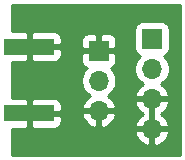
<source format=gbl>
%TF.GenerationSoftware,KiCad,Pcbnew,(5.1.10)-1*%
%TF.CreationDate,2021-11-11T05:25:20-05:00*%
%TF.ProjectId,SMA-HDRS,534d412d-4844-4525-932e-6b696361645f,rev?*%
%TF.SameCoordinates,Original*%
%TF.FileFunction,Copper,L2,Bot*%
%TF.FilePolarity,Positive*%
%FSLAX46Y46*%
G04 Gerber Fmt 4.6, Leading zero omitted, Abs format (unit mm)*
G04 Created by KiCad (PCBNEW (5.1.10)-1) date 2021-11-11 05:25:20*
%MOMM*%
%LPD*%
G01*
G04 APERTURE LIST*
%TA.AperFunction,SMDPad,CuDef*%
%ADD10R,4.200000X1.350000*%
%TD*%
%TA.AperFunction,ComponentPad*%
%ADD11R,1.700000X1.700000*%
%TD*%
%TA.AperFunction,ComponentPad*%
%ADD12O,1.700000X1.700000*%
%TD*%
%TA.AperFunction,ViaPad*%
%ADD13C,0.800000*%
%TD*%
%TA.AperFunction,Conductor*%
%ADD14C,0.254000*%
%TD*%
%TA.AperFunction,Conductor*%
%ADD15C,0.100000*%
%TD*%
G04 APERTURE END LIST*
D10*
%TO.P,P1,2*%
%TO.N,/GND*%
X30048200Y-32670000D03*
X30048200Y-27020000D03*
%TD*%
D11*
%TO.P,J1,1*%
%TO.N,/SIG*%
X40440000Y-26360000D03*
D12*
%TO.P,J1,2*%
X40440000Y-28900000D03*
%TO.P,J1,3*%
%TO.N,/GND*%
X40440000Y-31440000D03*
%TO.P,J1,4*%
X40440000Y-33980000D03*
%TD*%
D11*
%TO.P,J2,1*%
%TO.N,/GND*%
X35940000Y-27360000D03*
D12*
%TO.P,J2,2*%
%TO.N,/SIG*%
X35940000Y-29900000D03*
%TO.P,J2,3*%
%TO.N,/GND*%
X35940000Y-32440000D03*
%TD*%
D13*
%TO.N,/GND*%
X30607000Y-24587200D03*
X30556200Y-35179000D03*
%TD*%
D14*
%TO.N,/GND*%
X42780000Y-36170000D02*
X28600000Y-36170000D01*
X28600000Y-34336890D01*
X38998524Y-34336890D01*
X39043175Y-34484099D01*
X39168359Y-34746920D01*
X39342412Y-34980269D01*
X39558645Y-35175178D01*
X39808748Y-35324157D01*
X40083109Y-35421481D01*
X40313000Y-35300814D01*
X40313000Y-34107000D01*
X40567000Y-34107000D01*
X40567000Y-35300814D01*
X40796891Y-35421481D01*
X41071252Y-35324157D01*
X41321355Y-35175178D01*
X41537588Y-34980269D01*
X41711641Y-34746920D01*
X41836825Y-34484099D01*
X41881476Y-34336890D01*
X41760155Y-34107000D01*
X40567000Y-34107000D01*
X40313000Y-34107000D01*
X39119845Y-34107000D01*
X38998524Y-34336890D01*
X28600000Y-34336890D01*
X28600000Y-33981968D01*
X29762450Y-33980000D01*
X29921200Y-33821250D01*
X29921200Y-32797000D01*
X30175200Y-32797000D01*
X30175200Y-33821250D01*
X30333950Y-33980000D01*
X32148200Y-33983072D01*
X32272682Y-33970812D01*
X32392380Y-33934502D01*
X32502694Y-33875537D01*
X32599385Y-33796185D01*
X32678737Y-33699494D01*
X32737702Y-33589180D01*
X32774012Y-33469482D01*
X32786272Y-33345000D01*
X32783200Y-32955750D01*
X32624450Y-32797000D01*
X30175200Y-32797000D01*
X29921200Y-32797000D01*
X29901200Y-32797000D01*
X29901200Y-32796890D01*
X34498524Y-32796890D01*
X34543175Y-32944099D01*
X34668359Y-33206920D01*
X34842412Y-33440269D01*
X35058645Y-33635178D01*
X35308748Y-33784157D01*
X35583109Y-33881481D01*
X35813000Y-33760814D01*
X35813000Y-32567000D01*
X36067000Y-32567000D01*
X36067000Y-33760814D01*
X36296891Y-33881481D01*
X36571252Y-33784157D01*
X36821355Y-33635178D01*
X37037588Y-33440269D01*
X37211641Y-33206920D01*
X37336825Y-32944099D01*
X37381476Y-32796890D01*
X37260155Y-32567000D01*
X36067000Y-32567000D01*
X35813000Y-32567000D01*
X34619845Y-32567000D01*
X34498524Y-32796890D01*
X29901200Y-32796890D01*
X29901200Y-32543000D01*
X29921200Y-32543000D01*
X29921200Y-31518750D01*
X30175200Y-31518750D01*
X30175200Y-32543000D01*
X32624450Y-32543000D01*
X32783200Y-32384250D01*
X32786272Y-31995000D01*
X32774012Y-31870518D01*
X32737702Y-31750820D01*
X32678737Y-31640506D01*
X32599385Y-31543815D01*
X32502694Y-31464463D01*
X32392380Y-31405498D01*
X32272682Y-31369188D01*
X32148200Y-31356928D01*
X30333950Y-31360000D01*
X30175200Y-31518750D01*
X29921200Y-31518750D01*
X29762450Y-31360000D01*
X28600000Y-31358032D01*
X28600000Y-28331968D01*
X29762450Y-28330000D01*
X29921200Y-28171250D01*
X29921200Y-27147000D01*
X30175200Y-27147000D01*
X30175200Y-28171250D01*
X30333950Y-28330000D01*
X32148200Y-28333072D01*
X32272682Y-28320812D01*
X32392380Y-28284502D01*
X32502694Y-28225537D01*
X32521625Y-28210000D01*
X34451928Y-28210000D01*
X34464188Y-28334482D01*
X34500498Y-28454180D01*
X34559463Y-28564494D01*
X34638815Y-28661185D01*
X34735506Y-28740537D01*
X34845820Y-28799502D01*
X34918380Y-28821513D01*
X34786525Y-28953368D01*
X34624010Y-29196589D01*
X34512068Y-29466842D01*
X34455000Y-29753740D01*
X34455000Y-30046260D01*
X34512068Y-30333158D01*
X34624010Y-30603411D01*
X34786525Y-30846632D01*
X34993368Y-31053475D01*
X35175534Y-31175195D01*
X35058645Y-31244822D01*
X34842412Y-31439731D01*
X34668359Y-31673080D01*
X34543175Y-31935901D01*
X34498524Y-32083110D01*
X34619845Y-32313000D01*
X35813000Y-32313000D01*
X35813000Y-32293000D01*
X36067000Y-32293000D01*
X36067000Y-32313000D01*
X37260155Y-32313000D01*
X37381476Y-32083110D01*
X37336825Y-31935901D01*
X37270613Y-31796890D01*
X38998524Y-31796890D01*
X39043175Y-31944099D01*
X39168359Y-32206920D01*
X39342412Y-32440269D01*
X39558645Y-32635178D01*
X39684255Y-32710000D01*
X39558645Y-32784822D01*
X39342412Y-32979731D01*
X39168359Y-33213080D01*
X39043175Y-33475901D01*
X38998524Y-33623110D01*
X39119845Y-33853000D01*
X40313000Y-33853000D01*
X40313000Y-31567000D01*
X40567000Y-31567000D01*
X40567000Y-33853000D01*
X41760155Y-33853000D01*
X41881476Y-33623110D01*
X41836825Y-33475901D01*
X41711641Y-33213080D01*
X41537588Y-32979731D01*
X41321355Y-32784822D01*
X41195745Y-32710000D01*
X41321355Y-32635178D01*
X41537588Y-32440269D01*
X41711641Y-32206920D01*
X41836825Y-31944099D01*
X41881476Y-31796890D01*
X41760155Y-31567000D01*
X40567000Y-31567000D01*
X40313000Y-31567000D01*
X39119845Y-31567000D01*
X38998524Y-31796890D01*
X37270613Y-31796890D01*
X37211641Y-31673080D01*
X37037588Y-31439731D01*
X36821355Y-31244822D01*
X36704466Y-31175195D01*
X36886632Y-31053475D01*
X37093475Y-30846632D01*
X37255990Y-30603411D01*
X37367932Y-30333158D01*
X37425000Y-30046260D01*
X37425000Y-29753740D01*
X37367932Y-29466842D01*
X37255990Y-29196589D01*
X37093475Y-28953368D01*
X36961620Y-28821513D01*
X37034180Y-28799502D01*
X37144494Y-28740537D01*
X37241185Y-28661185D01*
X37320537Y-28564494D01*
X37379502Y-28454180D01*
X37415812Y-28334482D01*
X37428072Y-28210000D01*
X37425000Y-27645750D01*
X37266250Y-27487000D01*
X36067000Y-27487000D01*
X36067000Y-27507000D01*
X35813000Y-27507000D01*
X35813000Y-27487000D01*
X34613750Y-27487000D01*
X34455000Y-27645750D01*
X34451928Y-28210000D01*
X32521625Y-28210000D01*
X32599385Y-28146185D01*
X32678737Y-28049494D01*
X32737702Y-27939180D01*
X32774012Y-27819482D01*
X32786272Y-27695000D01*
X32783200Y-27305750D01*
X32624450Y-27147000D01*
X30175200Y-27147000D01*
X29921200Y-27147000D01*
X29901200Y-27147000D01*
X29901200Y-26893000D01*
X29921200Y-26893000D01*
X29921200Y-25868750D01*
X30175200Y-25868750D01*
X30175200Y-26893000D01*
X32624450Y-26893000D01*
X32783200Y-26734250D01*
X32784969Y-26510000D01*
X34451928Y-26510000D01*
X34455000Y-27074250D01*
X34613750Y-27233000D01*
X35813000Y-27233000D01*
X35813000Y-26033750D01*
X36067000Y-26033750D01*
X36067000Y-27233000D01*
X37266250Y-27233000D01*
X37425000Y-27074250D01*
X37428072Y-26510000D01*
X37415812Y-26385518D01*
X37379502Y-26265820D01*
X37320537Y-26155506D01*
X37241185Y-26058815D01*
X37144494Y-25979463D01*
X37034180Y-25920498D01*
X36914482Y-25884188D01*
X36790000Y-25871928D01*
X36225750Y-25875000D01*
X36067000Y-26033750D01*
X35813000Y-26033750D01*
X35654250Y-25875000D01*
X35090000Y-25871928D01*
X34965518Y-25884188D01*
X34845820Y-25920498D01*
X34735506Y-25979463D01*
X34638815Y-26058815D01*
X34559463Y-26155506D01*
X34500498Y-26265820D01*
X34464188Y-26385518D01*
X34451928Y-26510000D01*
X32784969Y-26510000D01*
X32786272Y-26345000D01*
X32774012Y-26220518D01*
X32737702Y-26100820D01*
X32678737Y-25990506D01*
X32599385Y-25893815D01*
X32502694Y-25814463D01*
X32392380Y-25755498D01*
X32272682Y-25719188D01*
X32148200Y-25706928D01*
X30333950Y-25710000D01*
X30175200Y-25868750D01*
X29921200Y-25868750D01*
X29762450Y-25710000D01*
X28600000Y-25708032D01*
X28600000Y-25510000D01*
X38951928Y-25510000D01*
X38951928Y-27210000D01*
X38964188Y-27334482D01*
X39000498Y-27454180D01*
X39059463Y-27564494D01*
X39138815Y-27661185D01*
X39235506Y-27740537D01*
X39345820Y-27799502D01*
X39418380Y-27821513D01*
X39286525Y-27953368D01*
X39124010Y-28196589D01*
X39012068Y-28466842D01*
X38955000Y-28753740D01*
X38955000Y-29046260D01*
X39012068Y-29333158D01*
X39124010Y-29603411D01*
X39286525Y-29846632D01*
X39493368Y-30053475D01*
X39675534Y-30175195D01*
X39558645Y-30244822D01*
X39342412Y-30439731D01*
X39168359Y-30673080D01*
X39043175Y-30935901D01*
X38998524Y-31083110D01*
X39119845Y-31313000D01*
X40313000Y-31313000D01*
X40313000Y-31293000D01*
X40567000Y-31293000D01*
X40567000Y-31313000D01*
X41760155Y-31313000D01*
X41881476Y-31083110D01*
X41836825Y-30935901D01*
X41711641Y-30673080D01*
X41537588Y-30439731D01*
X41321355Y-30244822D01*
X41204466Y-30175195D01*
X41386632Y-30053475D01*
X41593475Y-29846632D01*
X41755990Y-29603411D01*
X41867932Y-29333158D01*
X41925000Y-29046260D01*
X41925000Y-28753740D01*
X41867932Y-28466842D01*
X41755990Y-28196589D01*
X41593475Y-27953368D01*
X41461620Y-27821513D01*
X41534180Y-27799502D01*
X41644494Y-27740537D01*
X41741185Y-27661185D01*
X41820537Y-27564494D01*
X41879502Y-27454180D01*
X41915812Y-27334482D01*
X41928072Y-27210000D01*
X41928072Y-25510000D01*
X41915812Y-25385518D01*
X41879502Y-25265820D01*
X41820537Y-25155506D01*
X41741185Y-25058815D01*
X41644494Y-24979463D01*
X41534180Y-24920498D01*
X41414482Y-24884188D01*
X41290000Y-24871928D01*
X39590000Y-24871928D01*
X39465518Y-24884188D01*
X39345820Y-24920498D01*
X39235506Y-24979463D01*
X39138815Y-25058815D01*
X39059463Y-25155506D01*
X39000498Y-25265820D01*
X38964188Y-25385518D01*
X38951928Y-25510000D01*
X28600000Y-25510000D01*
X28600000Y-23520000D01*
X42780001Y-23520000D01*
X42780000Y-36170000D01*
%TA.AperFunction,Conductor*%
D15*
G36*
X42780000Y-36170000D02*
G01*
X28600000Y-36170000D01*
X28600000Y-34336890D01*
X38998524Y-34336890D01*
X39043175Y-34484099D01*
X39168359Y-34746920D01*
X39342412Y-34980269D01*
X39558645Y-35175178D01*
X39808748Y-35324157D01*
X40083109Y-35421481D01*
X40313000Y-35300814D01*
X40313000Y-34107000D01*
X40567000Y-34107000D01*
X40567000Y-35300814D01*
X40796891Y-35421481D01*
X41071252Y-35324157D01*
X41321355Y-35175178D01*
X41537588Y-34980269D01*
X41711641Y-34746920D01*
X41836825Y-34484099D01*
X41881476Y-34336890D01*
X41760155Y-34107000D01*
X40567000Y-34107000D01*
X40313000Y-34107000D01*
X39119845Y-34107000D01*
X38998524Y-34336890D01*
X28600000Y-34336890D01*
X28600000Y-33981968D01*
X29762450Y-33980000D01*
X29921200Y-33821250D01*
X29921200Y-32797000D01*
X30175200Y-32797000D01*
X30175200Y-33821250D01*
X30333950Y-33980000D01*
X32148200Y-33983072D01*
X32272682Y-33970812D01*
X32392380Y-33934502D01*
X32502694Y-33875537D01*
X32599385Y-33796185D01*
X32678737Y-33699494D01*
X32737702Y-33589180D01*
X32774012Y-33469482D01*
X32786272Y-33345000D01*
X32783200Y-32955750D01*
X32624450Y-32797000D01*
X30175200Y-32797000D01*
X29921200Y-32797000D01*
X29901200Y-32797000D01*
X29901200Y-32796890D01*
X34498524Y-32796890D01*
X34543175Y-32944099D01*
X34668359Y-33206920D01*
X34842412Y-33440269D01*
X35058645Y-33635178D01*
X35308748Y-33784157D01*
X35583109Y-33881481D01*
X35813000Y-33760814D01*
X35813000Y-32567000D01*
X36067000Y-32567000D01*
X36067000Y-33760814D01*
X36296891Y-33881481D01*
X36571252Y-33784157D01*
X36821355Y-33635178D01*
X37037588Y-33440269D01*
X37211641Y-33206920D01*
X37336825Y-32944099D01*
X37381476Y-32796890D01*
X37260155Y-32567000D01*
X36067000Y-32567000D01*
X35813000Y-32567000D01*
X34619845Y-32567000D01*
X34498524Y-32796890D01*
X29901200Y-32796890D01*
X29901200Y-32543000D01*
X29921200Y-32543000D01*
X29921200Y-31518750D01*
X30175200Y-31518750D01*
X30175200Y-32543000D01*
X32624450Y-32543000D01*
X32783200Y-32384250D01*
X32786272Y-31995000D01*
X32774012Y-31870518D01*
X32737702Y-31750820D01*
X32678737Y-31640506D01*
X32599385Y-31543815D01*
X32502694Y-31464463D01*
X32392380Y-31405498D01*
X32272682Y-31369188D01*
X32148200Y-31356928D01*
X30333950Y-31360000D01*
X30175200Y-31518750D01*
X29921200Y-31518750D01*
X29762450Y-31360000D01*
X28600000Y-31358032D01*
X28600000Y-28331968D01*
X29762450Y-28330000D01*
X29921200Y-28171250D01*
X29921200Y-27147000D01*
X30175200Y-27147000D01*
X30175200Y-28171250D01*
X30333950Y-28330000D01*
X32148200Y-28333072D01*
X32272682Y-28320812D01*
X32392380Y-28284502D01*
X32502694Y-28225537D01*
X32521625Y-28210000D01*
X34451928Y-28210000D01*
X34464188Y-28334482D01*
X34500498Y-28454180D01*
X34559463Y-28564494D01*
X34638815Y-28661185D01*
X34735506Y-28740537D01*
X34845820Y-28799502D01*
X34918380Y-28821513D01*
X34786525Y-28953368D01*
X34624010Y-29196589D01*
X34512068Y-29466842D01*
X34455000Y-29753740D01*
X34455000Y-30046260D01*
X34512068Y-30333158D01*
X34624010Y-30603411D01*
X34786525Y-30846632D01*
X34993368Y-31053475D01*
X35175534Y-31175195D01*
X35058645Y-31244822D01*
X34842412Y-31439731D01*
X34668359Y-31673080D01*
X34543175Y-31935901D01*
X34498524Y-32083110D01*
X34619845Y-32313000D01*
X35813000Y-32313000D01*
X35813000Y-32293000D01*
X36067000Y-32293000D01*
X36067000Y-32313000D01*
X37260155Y-32313000D01*
X37381476Y-32083110D01*
X37336825Y-31935901D01*
X37270613Y-31796890D01*
X38998524Y-31796890D01*
X39043175Y-31944099D01*
X39168359Y-32206920D01*
X39342412Y-32440269D01*
X39558645Y-32635178D01*
X39684255Y-32710000D01*
X39558645Y-32784822D01*
X39342412Y-32979731D01*
X39168359Y-33213080D01*
X39043175Y-33475901D01*
X38998524Y-33623110D01*
X39119845Y-33853000D01*
X40313000Y-33853000D01*
X40313000Y-31567000D01*
X40567000Y-31567000D01*
X40567000Y-33853000D01*
X41760155Y-33853000D01*
X41881476Y-33623110D01*
X41836825Y-33475901D01*
X41711641Y-33213080D01*
X41537588Y-32979731D01*
X41321355Y-32784822D01*
X41195745Y-32710000D01*
X41321355Y-32635178D01*
X41537588Y-32440269D01*
X41711641Y-32206920D01*
X41836825Y-31944099D01*
X41881476Y-31796890D01*
X41760155Y-31567000D01*
X40567000Y-31567000D01*
X40313000Y-31567000D01*
X39119845Y-31567000D01*
X38998524Y-31796890D01*
X37270613Y-31796890D01*
X37211641Y-31673080D01*
X37037588Y-31439731D01*
X36821355Y-31244822D01*
X36704466Y-31175195D01*
X36886632Y-31053475D01*
X37093475Y-30846632D01*
X37255990Y-30603411D01*
X37367932Y-30333158D01*
X37425000Y-30046260D01*
X37425000Y-29753740D01*
X37367932Y-29466842D01*
X37255990Y-29196589D01*
X37093475Y-28953368D01*
X36961620Y-28821513D01*
X37034180Y-28799502D01*
X37144494Y-28740537D01*
X37241185Y-28661185D01*
X37320537Y-28564494D01*
X37379502Y-28454180D01*
X37415812Y-28334482D01*
X37428072Y-28210000D01*
X37425000Y-27645750D01*
X37266250Y-27487000D01*
X36067000Y-27487000D01*
X36067000Y-27507000D01*
X35813000Y-27507000D01*
X35813000Y-27487000D01*
X34613750Y-27487000D01*
X34455000Y-27645750D01*
X34451928Y-28210000D01*
X32521625Y-28210000D01*
X32599385Y-28146185D01*
X32678737Y-28049494D01*
X32737702Y-27939180D01*
X32774012Y-27819482D01*
X32786272Y-27695000D01*
X32783200Y-27305750D01*
X32624450Y-27147000D01*
X30175200Y-27147000D01*
X29921200Y-27147000D01*
X29901200Y-27147000D01*
X29901200Y-26893000D01*
X29921200Y-26893000D01*
X29921200Y-25868750D01*
X30175200Y-25868750D01*
X30175200Y-26893000D01*
X32624450Y-26893000D01*
X32783200Y-26734250D01*
X32784969Y-26510000D01*
X34451928Y-26510000D01*
X34455000Y-27074250D01*
X34613750Y-27233000D01*
X35813000Y-27233000D01*
X35813000Y-26033750D01*
X36067000Y-26033750D01*
X36067000Y-27233000D01*
X37266250Y-27233000D01*
X37425000Y-27074250D01*
X37428072Y-26510000D01*
X37415812Y-26385518D01*
X37379502Y-26265820D01*
X37320537Y-26155506D01*
X37241185Y-26058815D01*
X37144494Y-25979463D01*
X37034180Y-25920498D01*
X36914482Y-25884188D01*
X36790000Y-25871928D01*
X36225750Y-25875000D01*
X36067000Y-26033750D01*
X35813000Y-26033750D01*
X35654250Y-25875000D01*
X35090000Y-25871928D01*
X34965518Y-25884188D01*
X34845820Y-25920498D01*
X34735506Y-25979463D01*
X34638815Y-26058815D01*
X34559463Y-26155506D01*
X34500498Y-26265820D01*
X34464188Y-26385518D01*
X34451928Y-26510000D01*
X32784969Y-26510000D01*
X32786272Y-26345000D01*
X32774012Y-26220518D01*
X32737702Y-26100820D01*
X32678737Y-25990506D01*
X32599385Y-25893815D01*
X32502694Y-25814463D01*
X32392380Y-25755498D01*
X32272682Y-25719188D01*
X32148200Y-25706928D01*
X30333950Y-25710000D01*
X30175200Y-25868750D01*
X29921200Y-25868750D01*
X29762450Y-25710000D01*
X28600000Y-25708032D01*
X28600000Y-25510000D01*
X38951928Y-25510000D01*
X38951928Y-27210000D01*
X38964188Y-27334482D01*
X39000498Y-27454180D01*
X39059463Y-27564494D01*
X39138815Y-27661185D01*
X39235506Y-27740537D01*
X39345820Y-27799502D01*
X39418380Y-27821513D01*
X39286525Y-27953368D01*
X39124010Y-28196589D01*
X39012068Y-28466842D01*
X38955000Y-28753740D01*
X38955000Y-29046260D01*
X39012068Y-29333158D01*
X39124010Y-29603411D01*
X39286525Y-29846632D01*
X39493368Y-30053475D01*
X39675534Y-30175195D01*
X39558645Y-30244822D01*
X39342412Y-30439731D01*
X39168359Y-30673080D01*
X39043175Y-30935901D01*
X38998524Y-31083110D01*
X39119845Y-31313000D01*
X40313000Y-31313000D01*
X40313000Y-31293000D01*
X40567000Y-31293000D01*
X40567000Y-31313000D01*
X41760155Y-31313000D01*
X41881476Y-31083110D01*
X41836825Y-30935901D01*
X41711641Y-30673080D01*
X41537588Y-30439731D01*
X41321355Y-30244822D01*
X41204466Y-30175195D01*
X41386632Y-30053475D01*
X41593475Y-29846632D01*
X41755990Y-29603411D01*
X41867932Y-29333158D01*
X41925000Y-29046260D01*
X41925000Y-28753740D01*
X41867932Y-28466842D01*
X41755990Y-28196589D01*
X41593475Y-27953368D01*
X41461620Y-27821513D01*
X41534180Y-27799502D01*
X41644494Y-27740537D01*
X41741185Y-27661185D01*
X41820537Y-27564494D01*
X41879502Y-27454180D01*
X41915812Y-27334482D01*
X41928072Y-27210000D01*
X41928072Y-25510000D01*
X41915812Y-25385518D01*
X41879502Y-25265820D01*
X41820537Y-25155506D01*
X41741185Y-25058815D01*
X41644494Y-24979463D01*
X41534180Y-24920498D01*
X41414482Y-24884188D01*
X41290000Y-24871928D01*
X39590000Y-24871928D01*
X39465518Y-24884188D01*
X39345820Y-24920498D01*
X39235506Y-24979463D01*
X39138815Y-25058815D01*
X39059463Y-25155506D01*
X39000498Y-25265820D01*
X38964188Y-25385518D01*
X38951928Y-25510000D01*
X28600000Y-25510000D01*
X28600000Y-23520000D01*
X42780001Y-23520000D01*
X42780000Y-36170000D01*
G37*
%TD.AperFunction*%
%TD*%
M02*

</source>
